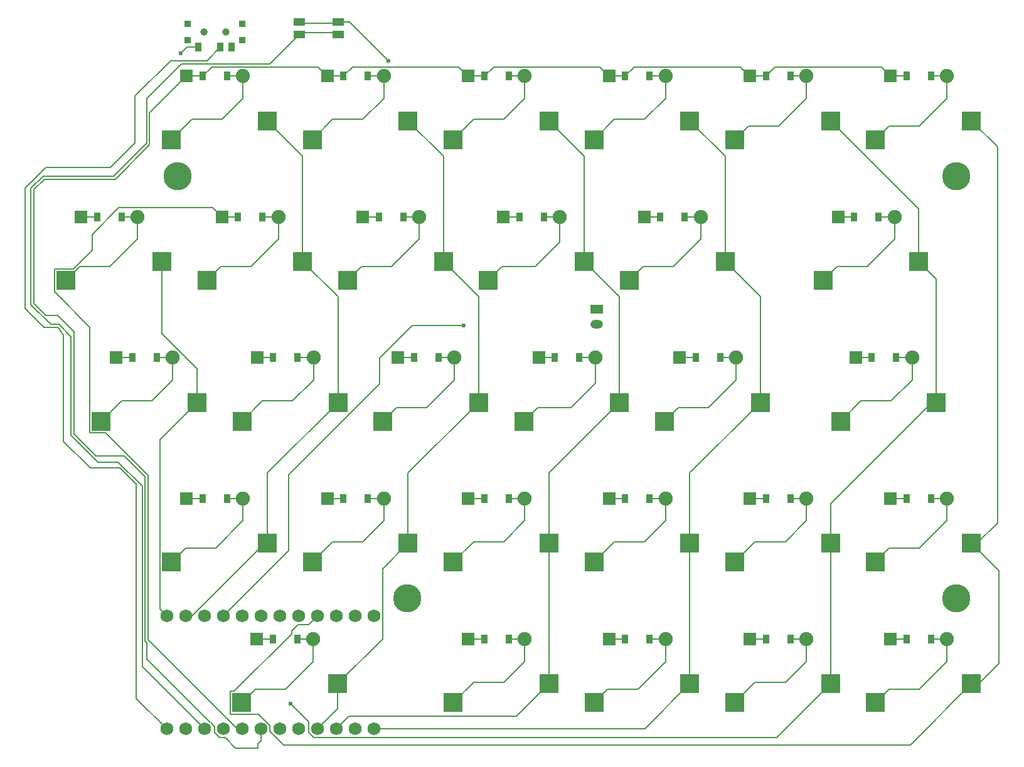
<source format=gbr>
%TF.GenerationSoftware,KiCad,Pcbnew,9.0.7*%
%TF.CreationDate,2026-01-20T23:17:06-08:00*%
%TF.ProjectId,right,72696768-742e-46b6-9963-61645f706362,v1.0.0*%
%TF.SameCoordinates,Original*%
%TF.FileFunction,Copper,L2,Bot*%
%TF.FilePolarity,Positive*%
%FSLAX46Y46*%
G04 Gerber Fmt 4.6, Leading zero omitted, Abs format (unit mm)*
G04 Created by KiCad (PCBNEW 9.0.7) date 2026-01-20 23:17:06*
%MOMM*%
%LPD*%
G01*
G04 APERTURE LIST*
%TA.AperFunction,SMDPad,CuDef*%
%ADD10R,0.900000X0.900000*%
%TD*%
%TA.AperFunction,WasherPad*%
%ADD11C,1.000000*%
%TD*%
%TA.AperFunction,SMDPad,CuDef*%
%ADD12R,0.900000X1.250000*%
%TD*%
%TA.AperFunction,ComponentPad*%
%ADD13R,1.778000X1.778000*%
%TD*%
%TA.AperFunction,SMDPad,CuDef*%
%ADD14R,0.900000X1.200000*%
%TD*%
%TA.AperFunction,ComponentPad*%
%ADD15C,1.905000*%
%TD*%
%TA.AperFunction,SMDPad,CuDef*%
%ADD16R,2.550000X2.500000*%
%TD*%
%TA.AperFunction,SMDPad,CuDef*%
%ADD17R,1.550000X1.000000*%
%TD*%
%TA.AperFunction,ComponentPad*%
%ADD18C,3.800000*%
%TD*%
%TA.AperFunction,ComponentPad*%
%ADD19R,1.700000X1.200000*%
%TD*%
%TA.AperFunction,ComponentPad*%
%ADD20O,1.700000X1.200000*%
%TD*%
%TA.AperFunction,ComponentPad*%
%ADD21C,1.752600*%
%TD*%
%TA.AperFunction,ViaPad*%
%ADD22C,0.600000*%
%TD*%
%TA.AperFunction,Conductor*%
%ADD23C,0.200000*%
%TD*%
G04 APERTURE END LIST*
D10*
%TO.P,T1,*%
%TO.N,*%
X265300000Y-63400000D03*
X265300000Y-65600000D03*
D11*
X267500000Y-64500000D03*
X270500000Y-64500000D03*
D10*
X272700000Y-63400000D03*
X272700000Y-65600000D03*
D12*
%TO.P,T1,1*%
%TO.N,pos*%
X266750000Y-66575000D03*
%TO.P,T1,2*%
%TO.N,RAW*%
X269750000Y-66575000D03*
%TO.P,T1,3*%
%TO.N,N/C*%
X271250000Y-66575000D03*
%TD*%
D13*
%TO.P,D21,1*%
%TO.N,P029*%
X322190000Y-70500000D03*
D14*
X324350000Y-70500000D03*
%TO.P,D21,2*%
%TO.N,c5_num*%
X327650000Y-70500000D03*
D15*
X329810000Y-70500000D03*
%TD*%
D13*
%TO.P,D27,1*%
%TO.N,P011*%
X360190000Y-146500000D03*
D14*
X362350000Y-146500000D03*
%TO.P,D27,2*%
%TO.N,c7_mod*%
X365650000Y-146500000D03*
D15*
X367810000Y-146500000D03*
%TD*%
D13*
%TO.P,D17,1*%
%TO.N,P011*%
X322190000Y-146500000D03*
D14*
X324350000Y-146500000D03*
%TO.P,D17,2*%
%TO.N,c5_mod*%
X327650000Y-146500000D03*
D15*
X329810000Y-146500000D03*
%TD*%
D13*
%TO.P,D16,1*%
%TO.N,P029*%
X303190000Y-70500000D03*
D14*
X305350000Y-70500000D03*
%TO.P,D16,2*%
%TO.N,c4_num*%
X308650000Y-70500000D03*
D15*
X310810000Y-70500000D03*
%TD*%
D13*
%TO.P,D7,1*%
%TO.N,P011*%
X274665000Y-146500000D03*
D14*
X276825000Y-146500000D03*
%TO.P,D7,2*%
%TO.N,c3_mod*%
X280125000Y-146500000D03*
D15*
X282285000Y-146500000D03*
%TD*%
D13*
%TO.P,D1,1*%
%TO.N,P106*%
X255715000Y-108500000D03*
D14*
X257875000Y-108500000D03*
%TO.P,D1,2*%
%TO.N,c1_home*%
X261175000Y-108500000D03*
D15*
X263335000Y-108500000D03*
%TD*%
D13*
%TO.P,D4,1*%
%TO.N,P106*%
X274715000Y-108500000D03*
D14*
X276875000Y-108500000D03*
%TO.P,D4,2*%
%TO.N,c2_home*%
X280175000Y-108500000D03*
D15*
X282335000Y-108500000D03*
%TD*%
D16*
%TO.P,S20,1*%
%TO.N,P009*%
X337847500Y-95540000D03*
%TO.P,S20,2*%
%TO.N,c5_top*%
X324920500Y-98080000D03*
%TD*%
%TO.P,S10,1*%
%TO.N,P113*%
X299847500Y-95540000D03*
%TO.P,S10,2*%
%TO.N,c3_top*%
X286920500Y-98080000D03*
%TD*%
%TO.P,S19,1*%
%TO.N,P009*%
X342610000Y-114540000D03*
%TO.P,S19,2*%
%TO.N,c5_home*%
X329683000Y-117080000D03*
%TD*%
%TO.P,S24,1*%
%TO.N,P024*%
X366372500Y-114540000D03*
%TO.P,S24,2*%
%TO.N,c6_home*%
X353445500Y-117080000D03*
%TD*%
%TO.P,S17,1*%
%TO.N,P009*%
X333085000Y-152540000D03*
%TO.P,S17,2*%
%TO.N,c5_mod*%
X320158000Y-155080000D03*
%TD*%
D13*
%TO.P,D2,1*%
%TO.N,P031*%
X250952500Y-89500000D03*
D14*
X253112500Y-89500000D03*
%TO.P,D2,2*%
%TO.N,c1_top*%
X256412500Y-89500000D03*
D15*
X258572500Y-89500000D03*
%TD*%
D17*
%TO.P,B1,1*%
%TO.N,GND*%
X280375000Y-63150000D03*
X285625000Y-63150000D03*
%TO.P,B1,2*%
%TO.N,RST*%
X280375000Y-64850000D03*
X285625000Y-64850000D03*
%TD*%
D16*
%TO.P,S12,1*%
%TO.N,P111*%
X314085000Y-152540000D03*
%TO.P,S12,2*%
%TO.N,c4_mod*%
X301158000Y-155080000D03*
%TD*%
D13*
%TO.P,D18,1*%
%TO.N,P104*%
X322190000Y-127500000D03*
D14*
X324350000Y-127500000D03*
%TO.P,D18,2*%
%TO.N,c5_bottom*%
X327650000Y-127500000D03*
D15*
X329810000Y-127500000D03*
%TD*%
D13*
%TO.P,D14,1*%
%TO.N,P106*%
X312715000Y-108500000D03*
D14*
X314875000Y-108500000D03*
%TO.P,D14,2*%
%TO.N,c4_home*%
X318175000Y-108500000D03*
D15*
X320335000Y-108500000D03*
%TD*%
D18*
%TO.P,H1,*%
%TO.N,*%
X264000000Y-84000000D03*
%TD*%
D19*
%TO.P,JST1,1*%
%TO.N,pos*%
X320525000Y-102000000D03*
D20*
%TO.P,JST1,2*%
%TO.N,GND*%
X320525000Y-104000000D03*
%TD*%
D16*
%TO.P,S21,1*%
%TO.N,P009*%
X333085000Y-76540000D03*
%TO.P,S21,2*%
%TO.N,c5_num*%
X320158000Y-79080000D03*
%TD*%
%TO.P,S11,1*%
%TO.N,P113*%
X295085000Y-76540000D03*
%TO.P,S11,2*%
%TO.N,c3_num*%
X282158000Y-79080000D03*
%TD*%
%TO.P,S1,1*%
%TO.N,P006*%
X266610000Y-114540000D03*
%TO.P,S1,2*%
%TO.N,c1_home*%
X253683000Y-117080000D03*
%TD*%
D13*
%TO.P,D25,1*%
%TO.N,P031*%
X353096250Y-89500000D03*
D14*
X355256250Y-89500000D03*
%TO.P,D25,2*%
%TO.N,c6_top*%
X358556250Y-89500000D03*
D15*
X360716250Y-89500000D03*
%TD*%
D16*
%TO.P,S25,1*%
%TO.N,P024*%
X363991250Y-95540000D03*
%TO.P,S25,2*%
%TO.N,c6_top*%
X351064250Y-98080000D03*
%TD*%
D13*
%TO.P,D12,1*%
%TO.N,P011*%
X303190000Y-146500000D03*
D14*
X305350000Y-146500000D03*
%TO.P,D12,2*%
%TO.N,c4_mod*%
X308650000Y-146500000D03*
D15*
X310810000Y-146500000D03*
%TD*%
D16*
%TO.P,S3,1*%
%TO.N,P008*%
X276085000Y-133540000D03*
%TO.P,S3,2*%
%TO.N,c2_bottom*%
X263158000Y-136080000D03*
%TD*%
%TO.P,S6,1*%
%TO.N,P008*%
X276085000Y-76540000D03*
%TO.P,S6,2*%
%TO.N,c2_num*%
X263158000Y-79080000D03*
%TD*%
D13*
%TO.P,D13,1*%
%TO.N,P104*%
X303190000Y-127500000D03*
D14*
X305350000Y-127500000D03*
%TO.P,D13,2*%
%TO.N,c4_bottom*%
X308650000Y-127500000D03*
D15*
X310810000Y-127500000D03*
%TD*%
D13*
%TO.P,D8,1*%
%TO.N,P104*%
X284190000Y-127500000D03*
D14*
X286350000Y-127500000D03*
%TO.P,D8,2*%
%TO.N,c3_bottom*%
X289650000Y-127500000D03*
D15*
X291810000Y-127500000D03*
%TD*%
D16*
%TO.P,S4,1*%
%TO.N,P008*%
X285610000Y-114540000D03*
%TO.P,S4,2*%
%TO.N,c2_home*%
X272683000Y-117080000D03*
%TD*%
D13*
%TO.P,D5,1*%
%TO.N,P031*%
X269952500Y-89500000D03*
D14*
X272112500Y-89500000D03*
%TO.P,D5,2*%
%TO.N,c2_top*%
X275412500Y-89500000D03*
D15*
X277572500Y-89500000D03*
%TD*%
D21*
%TO.P,MCU1,1*%
%TO.N,P006*%
X262505000Y-143380000D03*
%TO.P,MCU1,2*%
%TO.N,P008*%
X265045000Y-143380000D03*
%TO.P,MCU1,3*%
%TO.N,GND*%
X267585000Y-143380000D03*
%TO.P,MCU1,4*%
X270125000Y-143380000D03*
%TO.P,MCU1,5*%
%TO.N,P017*%
X272665000Y-143380000D03*
%TO.P,MCU1,6*%
%TO.N,P020*%
X275205000Y-143380000D03*
%TO.P,MCU1,7*%
%TO.N,P022*%
X277745000Y-143380000D03*
%TO.P,MCU1,8*%
%TO.N,P024*%
X280285000Y-143380000D03*
%TO.P,MCU1,9*%
%TO.N,P100*%
X282825000Y-143380000D03*
%TO.P,MCU1,10*%
%TO.N,P011*%
X285365000Y-143380000D03*
%TO.P,MCU1,11*%
%TO.N,P104*%
X287905000Y-143380000D03*
%TO.P,MCU1,12*%
%TO.N,P106*%
X290445000Y-143380000D03*
%TO.P,MCU1,13*%
%TO.N,P009*%
X290445000Y-158620000D03*
%TO.P,MCU1,14*%
%TO.N,P010*%
X287905000Y-158620000D03*
%TO.P,MCU1,15*%
%TO.N,P111*%
X285365000Y-158620000D03*
%TO.P,MCU1,16*%
%TO.N,P113*%
X282825000Y-158620000D03*
%TO.P,MCU1,17*%
%TO.N,P115*%
X280285000Y-158620000D03*
%TO.P,MCU1,18*%
%TO.N,P002*%
X277745000Y-158620000D03*
%TO.P,MCU1,19*%
%TO.N,P029*%
X275205000Y-158620000D03*
%TO.P,MCU1,20*%
%TO.N,P031*%
X272665000Y-158620000D03*
%TO.P,MCU1,21*%
%TO.N,VCC*%
X270125000Y-158620000D03*
%TO.P,MCU1,22*%
%TO.N,RST*%
X267585000Y-158620000D03*
%TO.P,MCU1,23*%
%TO.N,GND*%
X265045000Y-158620000D03*
%TO.P,MCU1,24*%
%TO.N,RAW*%
X262505000Y-158620000D03*
%TD*%
D16*
%TO.P,S26,1*%
%TO.N,P024*%
X352085000Y-76540000D03*
%TO.P,S26,2*%
%TO.N,c6_num*%
X339158000Y-79080000D03*
%TD*%
%TO.P,S15,1*%
%TO.N,P111*%
X318847500Y-95540000D03*
%TO.P,S15,2*%
%TO.N,c4_top*%
X305920500Y-98080000D03*
%TD*%
D13*
%TO.P,D6,1*%
%TO.N,P029*%
X265190000Y-70500000D03*
D14*
X267350000Y-70500000D03*
%TO.P,D6,2*%
%TO.N,c2_num*%
X270650000Y-70500000D03*
D15*
X272810000Y-70500000D03*
%TD*%
D13*
%TO.P,D11,1*%
%TO.N,P029*%
X284190000Y-70500000D03*
D14*
X286350000Y-70500000D03*
%TO.P,D11,2*%
%TO.N,c3_num*%
X289650000Y-70500000D03*
D15*
X291810000Y-70500000D03*
%TD*%
D16*
%TO.P,S27,1*%
%TO.N,P100*%
X371085000Y-152540000D03*
%TO.P,S27,2*%
%TO.N,c7_mod*%
X358158000Y-155080000D03*
%TD*%
D13*
%TO.P,D22,1*%
%TO.N,P011*%
X341190000Y-146500000D03*
D14*
X343350000Y-146500000D03*
%TO.P,D22,2*%
%TO.N,c6_mod*%
X346650000Y-146500000D03*
D15*
X348810000Y-146500000D03*
%TD*%
D13*
%TO.P,D19,1*%
%TO.N,P106*%
X331715000Y-108500000D03*
D14*
X333875000Y-108500000D03*
%TO.P,D19,2*%
%TO.N,c5_home*%
X337175000Y-108500000D03*
D15*
X339335000Y-108500000D03*
%TD*%
D16*
%TO.P,S18,1*%
%TO.N,P009*%
X333085000Y-133540000D03*
%TO.P,S18,2*%
%TO.N,c5_bottom*%
X320158000Y-136080000D03*
%TD*%
%TO.P,S5,1*%
%TO.N,P008*%
X280847500Y-95540000D03*
%TO.P,S5,2*%
%TO.N,c2_top*%
X267920500Y-98080000D03*
%TD*%
%TO.P,S16,1*%
%TO.N,P111*%
X314085000Y-76540000D03*
%TO.P,S16,2*%
%TO.N,c4_num*%
X301158000Y-79080000D03*
%TD*%
%TO.P,S13,1*%
%TO.N,P111*%
X314085000Y-133540000D03*
%TO.P,S13,2*%
%TO.N,c4_bottom*%
X301158000Y-136080000D03*
%TD*%
D13*
%TO.P,D23,1*%
%TO.N,P104*%
X341190000Y-127500000D03*
D14*
X343350000Y-127500000D03*
%TO.P,D23,2*%
%TO.N,c6_bottom*%
X346650000Y-127500000D03*
D15*
X348810000Y-127500000D03*
%TD*%
D13*
%TO.P,D3,1*%
%TO.N,P104*%
X265190000Y-127500000D03*
D14*
X267350000Y-127500000D03*
%TO.P,D3,2*%
%TO.N,c2_bottom*%
X270650000Y-127500000D03*
D15*
X272810000Y-127500000D03*
%TD*%
D16*
%TO.P,S23,1*%
%TO.N,P024*%
X352085000Y-133540000D03*
%TO.P,S23,2*%
%TO.N,c6_bottom*%
X339158000Y-136080000D03*
%TD*%
D13*
%TO.P,D29,1*%
%TO.N,P029*%
X360190000Y-70500000D03*
D14*
X362350000Y-70500000D03*
%TO.P,D29,2*%
%TO.N,c7_num*%
X365650000Y-70500000D03*
D15*
X367810000Y-70500000D03*
%TD*%
D16*
%TO.P,S9,1*%
%TO.N,P113*%
X304610000Y-114540000D03*
%TO.P,S9,2*%
%TO.N,c3_home*%
X291683000Y-117080000D03*
%TD*%
D13*
%TO.P,D26,1*%
%TO.N,P029*%
X341190000Y-70500000D03*
D14*
X343350000Y-70500000D03*
%TO.P,D26,2*%
%TO.N,c6_num*%
X346650000Y-70500000D03*
D15*
X348810000Y-70500000D03*
%TD*%
D13*
%TO.P,D15,1*%
%TO.N,P031*%
X307952500Y-89500000D03*
D14*
X310112500Y-89500000D03*
%TO.P,D15,2*%
%TO.N,c4_top*%
X313412500Y-89500000D03*
D15*
X315572500Y-89500000D03*
%TD*%
D13*
%TO.P,D10,1*%
%TO.N,P031*%
X288952500Y-89500000D03*
D14*
X291112500Y-89500000D03*
%TO.P,D10,2*%
%TO.N,c3_top*%
X294412500Y-89500000D03*
D15*
X296572500Y-89500000D03*
%TD*%
D16*
%TO.P,S28,1*%
%TO.N,P100*%
X371085000Y-133540000D03*
%TO.P,S28,2*%
%TO.N,c7_bottom*%
X358158000Y-136080000D03*
%TD*%
D13*
%TO.P,D20,1*%
%TO.N,P031*%
X326952500Y-89500000D03*
D14*
X329112500Y-89500000D03*
%TO.P,D20,2*%
%TO.N,c5_top*%
X332412500Y-89500000D03*
D15*
X334572500Y-89500000D03*
%TD*%
D18*
%TO.P,H3,*%
%TO.N,*%
X295000000Y-141000000D03*
%TD*%
D16*
%TO.P,S8,1*%
%TO.N,P113*%
X295085000Y-133540000D03*
%TO.P,S8,2*%
%TO.N,c3_bottom*%
X282158000Y-136080000D03*
%TD*%
D18*
%TO.P,H4,*%
%TO.N,*%
X369000000Y-141000000D03*
%TD*%
D16*
%TO.P,S22,1*%
%TO.N,P024*%
X352085000Y-152540000D03*
%TO.P,S22,2*%
%TO.N,c6_mod*%
X339158000Y-155080000D03*
%TD*%
D13*
%TO.P,D24,1*%
%TO.N,P106*%
X355477500Y-108500000D03*
D14*
X357637500Y-108500000D03*
%TO.P,D24,2*%
%TO.N,c6_home*%
X360937500Y-108500000D03*
D15*
X363097500Y-108500000D03*
%TD*%
D16*
%TO.P,S29,1*%
%TO.N,P100*%
X371085000Y-76540000D03*
%TO.P,S29,2*%
%TO.N,c7_num*%
X358158000Y-79080000D03*
%TD*%
%TO.P,S7,1*%
%TO.N,P113*%
X285560000Y-152540000D03*
%TO.P,S7,2*%
%TO.N,c3_mod*%
X272633000Y-155080000D03*
%TD*%
%TO.P,S2,1*%
%TO.N,P006*%
X261847500Y-95540000D03*
%TO.P,S2,2*%
%TO.N,c1_top*%
X248920500Y-98080000D03*
%TD*%
D13*
%TO.P,D9,1*%
%TO.N,P106*%
X293715000Y-108500000D03*
D14*
X295875000Y-108500000D03*
%TO.P,D9,2*%
%TO.N,c3_home*%
X299175000Y-108500000D03*
D15*
X301335000Y-108500000D03*
%TD*%
D18*
%TO.P,H2,*%
%TO.N,*%
X369000000Y-84000000D03*
%TD*%
D16*
%TO.P,S14,1*%
%TO.N,P111*%
X323610000Y-114540000D03*
%TO.P,S14,2*%
%TO.N,c4_home*%
X310683000Y-117080000D03*
%TD*%
D13*
%TO.P,D28,1*%
%TO.N,P104*%
X360190000Y-127500000D03*
D14*
X362350000Y-127500000D03*
%TO.P,D28,2*%
%TO.N,c7_bottom*%
X365650000Y-127500000D03*
D15*
X367810000Y-127500000D03*
%TD*%
D22*
%TO.N,P024*%
X279200000Y-155200000D03*
%TO.N,GND*%
X302600000Y-104200000D03*
X292400000Y-68400000D03*
%TO.N,pos*%
X264400000Y-67400000D03*
%TD*%
D23*
%TO.N,P006*%
X261582000Y-142457000D02*
X262505000Y-143380000D01*
X261582000Y-119568000D02*
X261582000Y-142457000D01*
X261847500Y-95540000D02*
X261847500Y-105239783D01*
X266610000Y-114540000D02*
X261582000Y-119568000D01*
X261847500Y-105239783D02*
X266610000Y-110002283D01*
X266610000Y-110002283D02*
X266610000Y-114540000D01*
%TO.N,c1_home*%
X253683000Y-117080000D02*
X256418100Y-114344900D01*
X256418100Y-114344900D02*
X260496289Y-114344900D01*
X260496289Y-114344900D02*
X263335000Y-111506189D01*
X263335000Y-111506189D02*
X263335000Y-108500000D01*
X263335000Y-108500000D02*
X261175000Y-108500000D01*
%TO.N,c1_top*%
X250771500Y-96229000D02*
X254849689Y-96229000D01*
X254849689Y-96229000D02*
X258572500Y-92506189D01*
X258572500Y-92506189D02*
X258572500Y-89500000D01*
X256412500Y-89500000D02*
X258572500Y-89500000D01*
X248920500Y-98080000D02*
X250771500Y-96229000D01*
%TO.N,P008*%
X276085000Y-124065000D02*
X276085000Y-133540000D01*
X276085000Y-76540000D02*
X280847500Y-81302500D01*
X280847500Y-81302500D02*
X280847500Y-95540000D01*
X276085000Y-133540000D02*
X275760046Y-133540000D01*
X265920046Y-143380000D02*
X265045000Y-143380000D01*
X285610000Y-100302500D02*
X285610000Y-114540000D01*
X285610000Y-114540000D02*
X276085000Y-124065000D01*
X275760046Y-133540000D02*
X265920046Y-143380000D01*
X280847500Y-95540000D02*
X285610000Y-100302500D01*
%TO.N,c2_bottom*%
X263158000Y-136080000D02*
X265038000Y-134200000D01*
X265038000Y-134200000D02*
X269116189Y-134200000D01*
X272810000Y-127500000D02*
X270650000Y-127500000D01*
X272810000Y-130506189D02*
X272810000Y-127500000D01*
X269116189Y-134200000D02*
X272810000Y-130506189D01*
%TO.N,c2_home*%
X282335000Y-108500000D02*
X280175000Y-108500000D01*
X279496289Y-114344900D02*
X282335000Y-111506189D01*
X272683000Y-117080000D02*
X275418100Y-114344900D01*
X282335000Y-111506189D02*
X282335000Y-108500000D01*
X275418100Y-114344900D02*
X279496289Y-114344900D01*
%TO.N,c2_top*%
X277572500Y-92506189D02*
X277572500Y-89500000D01*
X273849689Y-96229000D02*
X277572500Y-92506189D01*
X277572500Y-89500000D02*
X275412500Y-89500000D01*
X267920500Y-98080000D02*
X269771500Y-96229000D01*
X269771500Y-96229000D02*
X273849689Y-96229000D01*
%TO.N,c2_num*%
X263158000Y-79080000D02*
X265893100Y-76344900D01*
X269971289Y-76344900D02*
X272810000Y-73506189D01*
X272810000Y-73506189D02*
X272810000Y-70500000D01*
X272810000Y-70500000D02*
X270650000Y-70500000D01*
X265893100Y-76344900D02*
X269971289Y-76344900D01*
%TO.N,P113*%
X295085000Y-124065000D02*
X295085000Y-133540000D01*
X299847500Y-95540000D02*
X304610000Y-100302500D01*
X291622300Y-146477700D02*
X285560000Y-152540000D01*
X295085000Y-76540000D02*
X299847500Y-81302500D01*
X285560000Y-155885000D02*
X282825000Y-158620000D01*
X291622300Y-137002700D02*
X291622300Y-146477700D01*
X299847500Y-81302500D02*
X299847500Y-95540000D01*
X304610000Y-100302500D02*
X304610000Y-114540000D01*
X285560000Y-152540000D02*
X285560000Y-155885000D01*
X295085000Y-133540000D02*
X291622300Y-137002700D01*
X304610000Y-114540000D02*
X295085000Y-124065000D01*
%TO.N,c3_mod*%
X280125000Y-146500000D02*
X282285000Y-146500000D01*
X282285000Y-149506189D02*
X278562189Y-153229000D01*
X278562189Y-153229000D02*
X274484000Y-153229000D01*
X282285000Y-146500000D02*
X282285000Y-149506189D01*
X274484000Y-153229000D02*
X272633000Y-155080000D01*
%TO.N,c3_bottom*%
X284893100Y-133344900D02*
X288971289Y-133344900D01*
X291810000Y-130506189D02*
X291810000Y-127500000D01*
X282158000Y-136080000D02*
X284893100Y-133344900D01*
X288971289Y-133344900D02*
X291810000Y-130506189D01*
X291810000Y-127500000D02*
X289650000Y-127500000D01*
%TO.N,c3_home*%
X293534000Y-115229000D02*
X297612189Y-115229000D01*
X301335000Y-108500000D02*
X299175000Y-108500000D01*
X301335000Y-111506189D02*
X301335000Y-108500000D01*
X297612189Y-115229000D02*
X301335000Y-111506189D01*
X291683000Y-117080000D02*
X293534000Y-115229000D01*
%TO.N,c3_top*%
X294412500Y-89500000D02*
X296572500Y-89500000D01*
X296572500Y-92506189D02*
X292849689Y-96229000D01*
X288771500Y-96229000D02*
X286920500Y-98080000D01*
X292849689Y-96229000D02*
X288771500Y-96229000D01*
X296572500Y-89500000D02*
X296572500Y-92506189D01*
%TO.N,c3_num*%
X288971289Y-76344900D02*
X291810000Y-73506189D01*
X282158000Y-79080000D02*
X284893100Y-76344900D01*
X291810000Y-73506189D02*
X291810000Y-70500000D01*
X284893100Y-76344900D02*
X288971289Y-76344900D01*
X289650000Y-70500000D02*
X291810000Y-70500000D01*
%TO.N,P111*%
X314085000Y-152540000D02*
X314085000Y-133540000D01*
X287054000Y-156931000D02*
X285365000Y-158620000D01*
X309694000Y-156931000D02*
X287054000Y-156931000D01*
X323610000Y-100302500D02*
X323610000Y-114540000D01*
X318847500Y-81302500D02*
X318847500Y-95540000D01*
X314085000Y-124065000D02*
X314085000Y-133540000D01*
X314085000Y-76540000D02*
X318847500Y-81302500D01*
X318847500Y-95540000D02*
X323610000Y-100302500D01*
X314085000Y-152540000D02*
X309694000Y-156931000D01*
X323610000Y-114540000D02*
X314085000Y-124065000D01*
%TO.N,c4_mod*%
X301158000Y-155080000D02*
X303893100Y-152344900D01*
X307971289Y-152344900D02*
X310810000Y-149506189D01*
X310810000Y-149506189D02*
X310810000Y-146500000D01*
X303893100Y-152344900D02*
X307971289Y-152344900D01*
X310810000Y-146500000D02*
X308650000Y-146500000D01*
%TO.N,c4_bottom*%
X310810000Y-130506189D02*
X310810000Y-127500000D01*
X303893100Y-133344900D02*
X307971289Y-133344900D01*
X307971289Y-133344900D02*
X310810000Y-130506189D01*
X301158000Y-136080000D02*
X303893100Y-133344900D01*
X310810000Y-127500000D02*
X308650000Y-127500000D01*
%TO.N,c4_home*%
X320335000Y-108500000D02*
X320335000Y-111922291D01*
X312534000Y-115229000D02*
X310683000Y-117080000D01*
X318175000Y-108500000D02*
X320335000Y-108500000D01*
X317028291Y-115229000D02*
X312534000Y-115229000D01*
X320335000Y-111922291D02*
X317028291Y-115229000D01*
%TO.N,c4_top*%
X315572500Y-92922291D02*
X312265791Y-96229000D01*
X315572500Y-89500000D02*
X315572500Y-92922291D01*
X307771500Y-96229000D02*
X305920500Y-98080000D01*
X312265791Y-96229000D02*
X307771500Y-96229000D01*
X313412500Y-89500000D02*
X315572500Y-89500000D01*
%TO.N,c4_num*%
X303893100Y-76344900D02*
X307971289Y-76344900D01*
X310810000Y-73506189D02*
X310810000Y-70500000D01*
X310810000Y-70500000D02*
X308650000Y-70500000D01*
X307971289Y-76344900D02*
X310810000Y-73506189D01*
X301158000Y-79080000D02*
X303893100Y-76344900D01*
%TO.N,P009*%
X333085000Y-76540000D02*
X337847500Y-81302500D01*
X333085000Y-152540000D02*
X333085000Y-133540000D01*
X337847500Y-81302500D02*
X337847500Y-95540000D01*
X337847500Y-95540000D02*
X342610000Y-100302500D01*
X342610000Y-100302500D02*
X342610000Y-114540000D01*
X333085000Y-124065000D02*
X333085000Y-133540000D01*
X333085000Y-152540000D02*
X327005000Y-158620000D01*
X342610000Y-114540000D02*
X333085000Y-124065000D01*
X327005000Y-158620000D02*
X290445000Y-158620000D01*
%TO.N,c5_mod*%
X327650000Y-146500000D02*
X329810000Y-146500000D01*
X326151257Y-153229000D02*
X322009000Y-153229000D01*
X322009000Y-153229000D02*
X320158000Y-155080000D01*
X329810000Y-146500000D02*
X329810000Y-149570257D01*
X329810000Y-149570257D02*
X326151257Y-153229000D01*
%TO.N,c5_bottom*%
X329810000Y-130506189D02*
X329810000Y-127500000D01*
X329810000Y-127500000D02*
X327650000Y-127500000D01*
X322893100Y-133344900D02*
X326971289Y-133344900D01*
X326971289Y-133344900D02*
X329810000Y-130506189D01*
X320158000Y-136080000D02*
X322893100Y-133344900D01*
%TO.N,c5_home*%
X331534000Y-115229000D02*
X329683000Y-117080000D01*
X335612189Y-115229000D02*
X331534000Y-115229000D01*
X339335000Y-111506189D02*
X335612189Y-115229000D01*
X339335000Y-108500000D02*
X339335000Y-111506189D01*
X339335000Y-108500000D02*
X337175000Y-108500000D01*
%TO.N,c5_top*%
X332412500Y-89500000D02*
X334572500Y-89500000D01*
X326771500Y-96229000D02*
X324920500Y-98080000D01*
X330849689Y-96229000D02*
X326771500Y-96229000D01*
X334572500Y-92506189D02*
X330849689Y-96229000D01*
X334572500Y-89500000D02*
X334572500Y-92506189D01*
%TO.N,c5_num*%
X327650000Y-70500000D02*
X329810000Y-70500000D01*
X322893100Y-76344900D02*
X326971289Y-76344900D01*
X326971289Y-76344900D02*
X329810000Y-73506189D01*
X329810000Y-73506189D02*
X329810000Y-70500000D01*
X320158000Y-79080000D02*
X322893100Y-76344900D01*
%TO.N,P024*%
X365715209Y-114540000D02*
X366372500Y-114540000D01*
X352085000Y-133540000D02*
X352085000Y-128170209D01*
X352085000Y-152540000D02*
X352085000Y-133540000D01*
X366372500Y-114540000D02*
X366372500Y-97921250D01*
X282337346Y-159797300D02*
X281647700Y-159107654D01*
X352085000Y-152540000D02*
X344827700Y-159797300D01*
X344827700Y-159797300D02*
X282337346Y-159797300D01*
X352085000Y-128170209D02*
X365715209Y-114540000D01*
X363991250Y-95540000D02*
X363991250Y-88446250D01*
X281647700Y-159107654D02*
X281647700Y-157647700D01*
X281647700Y-157647700D02*
X279200000Y-155200000D01*
X366372500Y-97921250D02*
X363991250Y-95540000D01*
X363991250Y-88446250D02*
X352085000Y-76540000D01*
%TO.N,c6_mod*%
X339158000Y-155080000D02*
X341893100Y-152344900D01*
X348810000Y-149506189D02*
X348810000Y-146500000D01*
X345971289Y-152344900D02*
X348810000Y-149506189D01*
X341893100Y-152344900D02*
X345971289Y-152344900D01*
X348810000Y-146500000D02*
X346650000Y-146500000D01*
%TO.N,c6_bottom*%
X348810000Y-127500000D02*
X346650000Y-127500000D01*
X341893100Y-133344900D02*
X345971289Y-133344900D01*
X348810000Y-130506189D02*
X348810000Y-127500000D01*
X345971289Y-133344900D02*
X348810000Y-130506189D01*
X339158000Y-136080000D02*
X341893100Y-133344900D01*
%TO.N,c6_home*%
X356180600Y-114344900D02*
X353445500Y-117080000D01*
X363097500Y-108500000D02*
X363097500Y-111506189D01*
X360258789Y-114344900D02*
X356180600Y-114344900D01*
X360937500Y-108500000D02*
X363097500Y-108500000D01*
X363097500Y-111506189D02*
X360258789Y-114344900D01*
%TO.N,c6_top*%
X352915250Y-96229000D02*
X351064250Y-98080000D01*
X360716250Y-92506189D02*
X356993439Y-96229000D01*
X358556250Y-89500000D02*
X360716250Y-89500000D01*
X356993439Y-96229000D02*
X352915250Y-96229000D01*
X360716250Y-89500000D02*
X360716250Y-92506189D01*
%TO.N,c6_num*%
X345087189Y-77229000D02*
X341009000Y-77229000D01*
X348810000Y-73506189D02*
X345087189Y-77229000D01*
X346650000Y-70500000D02*
X348810000Y-70500000D01*
X348810000Y-70500000D02*
X348810000Y-73506189D01*
X341009000Y-77229000D02*
X339158000Y-79080000D01*
%TO.N,P100*%
X278260046Y-160800000D02*
X276400000Y-158939954D01*
X371860000Y-133540000D02*
X371085000Y-133540000D01*
X276400000Y-158939954D02*
X276400000Y-158150046D01*
X274880954Y-156631000D02*
X271057000Y-156631000D01*
X374600000Y-130800000D02*
X371860000Y-133540000D01*
X271057000Y-153529000D02*
X271629811Y-153529000D01*
X374800000Y-137255000D02*
X374800000Y-149800000D01*
X271057000Y-156631000D02*
X271057000Y-153529000D01*
X281647700Y-144557300D02*
X282825000Y-143380000D01*
X279374000Y-145426000D02*
X280242700Y-144557300D01*
X371085000Y-133540000D02*
X374800000Y-137255000D01*
X374600000Y-80055000D02*
X374600000Y-130800000D01*
X371085000Y-76540000D02*
X374600000Y-80055000D01*
X271629811Y-153529000D02*
X279374000Y-145784811D01*
X279374000Y-145784811D02*
X279374000Y-145426000D01*
X374800000Y-149800000D02*
X372060000Y-152540000D01*
X276400000Y-158150046D02*
X274880954Y-156631000D01*
X362825000Y-160800000D02*
X278260046Y-160800000D01*
X280242700Y-144557300D02*
X281647700Y-144557300D01*
X372060000Y-152540000D02*
X371085000Y-152540000D01*
X371085000Y-152540000D02*
X362825000Y-160800000D01*
%TO.N,c7_mod*%
X367810000Y-146500000D02*
X367810000Y-149506189D01*
X367810000Y-149506189D02*
X364087189Y-153229000D01*
X360009000Y-153229000D02*
X358158000Y-155080000D01*
X364087189Y-153229000D02*
X360009000Y-153229000D01*
X365650000Y-146500000D02*
X367810000Y-146500000D01*
%TO.N,c7_bottom*%
X364087189Y-134229000D02*
X360009000Y-134229000D01*
X367810000Y-127500000D02*
X367810000Y-130506189D01*
X365650000Y-127500000D02*
X367810000Y-127500000D01*
X360009000Y-134229000D02*
X358158000Y-136080000D01*
X367810000Y-130506189D02*
X364087189Y-134229000D01*
%TO.N,c7_num*%
X367810000Y-70500000D02*
X365650000Y-70500000D01*
X367810000Y-73506189D02*
X367810000Y-70500000D01*
X360009000Y-77229000D02*
X364087189Y-77229000D01*
X358158000Y-79080000D02*
X360009000Y-77229000D01*
X364087189Y-77229000D02*
X367810000Y-73506189D01*
%TO.N,RAW*%
X248600000Y-105412529D02*
X248126000Y-104938529D01*
X246200000Y-82800000D02*
X254900000Y-82800000D01*
X243400000Y-85600000D02*
X246200000Y-82800000D01*
X267925000Y-68400000D02*
X269750000Y-66575000D01*
X263000000Y-68400000D02*
X267925000Y-68400000D01*
X258200000Y-73200000D02*
X263000000Y-68400000D01*
X247773942Y-104399000D02*
X245949597Y-104399000D01*
X243400000Y-101849403D02*
X243400000Y-85600000D01*
X248126000Y-104751058D02*
X247773942Y-104399000D01*
X256200000Y-123400000D02*
X252200000Y-123400000D01*
X252200000Y-123400000D02*
X248600000Y-119800000D01*
X245949597Y-104399000D02*
X243400000Y-101849403D01*
X262505000Y-158620000D02*
X258400000Y-154515000D01*
X258400000Y-125600000D02*
X256200000Y-123400000D01*
X254900000Y-82800000D02*
X258200000Y-79500000D01*
X258200000Y-79500000D02*
X258200000Y-73200000D01*
X258400000Y-154515000D02*
X258400000Y-125600000D01*
X248126000Y-104938529D02*
X248126000Y-104751058D01*
X248600000Y-119800000D02*
X248600000Y-105412529D01*
%TO.N,GND*%
X295635000Y-104200000D02*
X300800000Y-104200000D01*
X280576000Y-63351000D02*
X285424000Y-63351000D01*
X291243100Y-112033900D02*
X291243100Y-108591900D01*
X278976000Y-134529000D02*
X278976000Y-124301000D01*
X280375000Y-63150000D02*
X280576000Y-63351000D01*
X285625000Y-63150000D02*
X287150000Y-63150000D01*
X287150000Y-63150000D02*
X292400000Y-68400000D01*
X270125000Y-143380000D02*
X278976000Y-134529000D01*
X278976000Y-124301000D02*
X291243100Y-112033900D01*
X300800000Y-104200000D02*
X302600000Y-104200000D01*
X291243100Y-108591900D02*
X295635000Y-104200000D01*
X285424000Y-63351000D02*
X285625000Y-63150000D01*
%TO.N,RST*%
X280375000Y-64850000D02*
X280576000Y-64649000D01*
X249599000Y-118966100D02*
X253232900Y-122600000D01*
X259799000Y-73511000D02*
X259799000Y-79503000D01*
X249599000Y-105656958D02*
X249599000Y-118966100D01*
X259198000Y-125830900D02*
X259198000Y-150233000D01*
X244199000Y-101366100D02*
X246830900Y-103998000D01*
X255967100Y-122600000D02*
X259198000Y-125830900D01*
X255303000Y-83999000D02*
X245833900Y-83999000D01*
X264464500Y-68845500D02*
X259799000Y-73511000D01*
X253232900Y-122600000D02*
X255967100Y-122600000D01*
X259198000Y-150233000D02*
X267585000Y-158620000D01*
X245833900Y-83999000D02*
X244199000Y-85633900D01*
X280375000Y-64850000D02*
X276379500Y-68845500D01*
X280576000Y-64649000D02*
X285424000Y-64649000D01*
X247940042Y-103998000D02*
X249599000Y-105656958D01*
X259799000Y-79503000D02*
X255303000Y-83999000D01*
X246830900Y-103998000D02*
X247940042Y-103998000D01*
X244199000Y-85633900D02*
X244199000Y-101366100D01*
X276379500Y-68845500D02*
X264464500Y-68845500D01*
X285424000Y-64649000D02*
X285625000Y-64850000D01*
%TO.N,P031*%
X249904400Y-96529000D02*
X247344500Y-96529000D01*
X269952500Y-89500000D02*
X272112500Y-89500000D01*
X247344500Y-96529000D02*
X247344500Y-99631000D01*
X353096250Y-89500000D02*
X355256250Y-89500000D01*
X252107000Y-104393500D02*
X252107000Y-118631000D01*
X307952500Y-89500000D02*
X310112500Y-89500000D01*
X256014000Y-88246500D02*
X252417600Y-91842900D01*
X247344500Y-99631000D02*
X252107000Y-104393500D01*
X260000000Y-124400000D02*
X260000000Y-146600000D01*
X252107000Y-118631000D02*
X254231000Y-118631000D01*
X250952500Y-89500000D02*
X253112500Y-89500000D01*
X272020000Y-158620000D02*
X272665000Y-158620000D01*
X254231000Y-118631000D02*
X260000000Y-124400000D01*
X252417600Y-94015800D02*
X249904400Y-96529000D01*
X326952500Y-89500000D02*
X329112500Y-89500000D01*
X269952500Y-89500000D02*
X268699000Y-88246500D01*
X260000000Y-146600000D02*
X272020000Y-158620000D01*
X252417600Y-91842900D02*
X252417600Y-94015800D01*
X288952500Y-89500000D02*
X291112500Y-89500000D01*
X268699000Y-88246500D02*
X256014000Y-88246500D01*
%TO.N,P029*%
X284190000Y-70500000D02*
X282936500Y-69246500D01*
X306603500Y-69246500D02*
X320936500Y-69246500D01*
X325603500Y-69246500D02*
X339936500Y-69246500D01*
X268947700Y-159107654D02*
X269637346Y-159797300D01*
X246200000Y-102800000D02*
X247800000Y-102800000D01*
X343350000Y-70500000D02*
X344603500Y-69246500D01*
X265190000Y-70500000D02*
X260200000Y-75490000D01*
X246000000Y-84400000D02*
X244600000Y-85800000D01*
X274800000Y-161200000D02*
X274800000Y-160600000D01*
X286350000Y-70500000D02*
X287603500Y-69246500D01*
X305350000Y-70500000D02*
X303190000Y-70500000D01*
X260200000Y-79800000D02*
X255600000Y-84400000D01*
X322190000Y-70500000D02*
X324350000Y-70500000D01*
X259800000Y-146967100D02*
X259800000Y-149200000D01*
X244600000Y-85800000D02*
X244600000Y-101200000D01*
X260200000Y-75490000D02*
X260200000Y-79800000D01*
X268603500Y-69246500D02*
X267350000Y-70500000D01*
X268042700Y-157442700D02*
X268072654Y-157442700D01*
X268947700Y-158347700D02*
X268947700Y-159107654D01*
X256800000Y-121800000D02*
X259599000Y-124599000D01*
X320936500Y-69246500D02*
X322190000Y-70500000D01*
X358936500Y-69246500D02*
X360190000Y-70500000D01*
X268762300Y-158162300D02*
X268947700Y-158347700D01*
X247800000Y-102800000D02*
X250000000Y-105000000D01*
X301936500Y-69246500D02*
X303190000Y-70500000D01*
X270397300Y-159797300D02*
X271800000Y-161200000D01*
X360190000Y-70500000D02*
X362350000Y-70500000D01*
X268072654Y-157442700D02*
X268762300Y-158132346D01*
X305350000Y-70500000D02*
X306603500Y-69246500D01*
X250000000Y-118800000D02*
X253000000Y-121800000D01*
X259599000Y-146766100D02*
X259800000Y-146967100D01*
X244600000Y-101200000D02*
X246200000Y-102800000D01*
X341190000Y-70500000D02*
X343350000Y-70500000D01*
X275205000Y-160195000D02*
X275205000Y-158620000D01*
X287603500Y-69246500D02*
X301936500Y-69246500D01*
X253000000Y-121800000D02*
X256800000Y-121800000D01*
X255600000Y-84400000D02*
X246000000Y-84400000D01*
X269637346Y-159797300D02*
X270397300Y-159797300D01*
X274800000Y-160600000D02*
X275205000Y-160195000D01*
X268762300Y-158132346D02*
X268762300Y-158162300D01*
X324350000Y-70500000D02*
X325603500Y-69246500D01*
X282936500Y-69246500D02*
X268603500Y-69246500D01*
X339936500Y-69246500D02*
X341190000Y-70500000D01*
X259800000Y-149200000D02*
X268042700Y-157442700D01*
X284190000Y-70500000D02*
X286350000Y-70500000D01*
X271800000Y-161200000D02*
X274800000Y-161200000D01*
X344603500Y-69246500D02*
X358936500Y-69246500D01*
X267350000Y-70500000D02*
X265190000Y-70500000D01*
X259599000Y-124599000D02*
X259599000Y-146766100D01*
X250000000Y-105000000D02*
X250000000Y-118800000D01*
%TO.N,P011*%
X360190000Y-146500000D02*
X362350000Y-146500000D01*
X343350000Y-146500000D02*
X341190000Y-146500000D01*
X305350000Y-146500000D02*
X303190000Y-146500000D01*
X274665000Y-146500000D02*
X276825000Y-146500000D01*
X322190000Y-146500000D02*
X324350000Y-146500000D01*
%TO.N,P104*%
X360190000Y-127500000D02*
X362350000Y-127500000D01*
X305350000Y-127500000D02*
X303190000Y-127500000D01*
X343350000Y-127500000D02*
X341190000Y-127500000D01*
X267350000Y-127500000D02*
X265190000Y-127500000D01*
X324350000Y-127500000D02*
X322190000Y-127500000D01*
X286350000Y-127500000D02*
X284190000Y-127500000D01*
%TO.N,P106*%
X331715000Y-108500000D02*
X333875000Y-108500000D01*
X257875000Y-108500000D02*
X255715000Y-108500000D01*
X312715000Y-108500000D02*
X314875000Y-108500000D01*
X295875000Y-108500000D02*
X293715000Y-108500000D01*
X276875000Y-108500000D02*
X274715000Y-108500000D01*
X355477500Y-108500000D02*
X357637500Y-108500000D01*
%TO.N,pos*%
X264400000Y-67400000D02*
X265225000Y-66575000D01*
X265225000Y-66575000D02*
X266750000Y-66575000D01*
%TD*%
M02*

</source>
